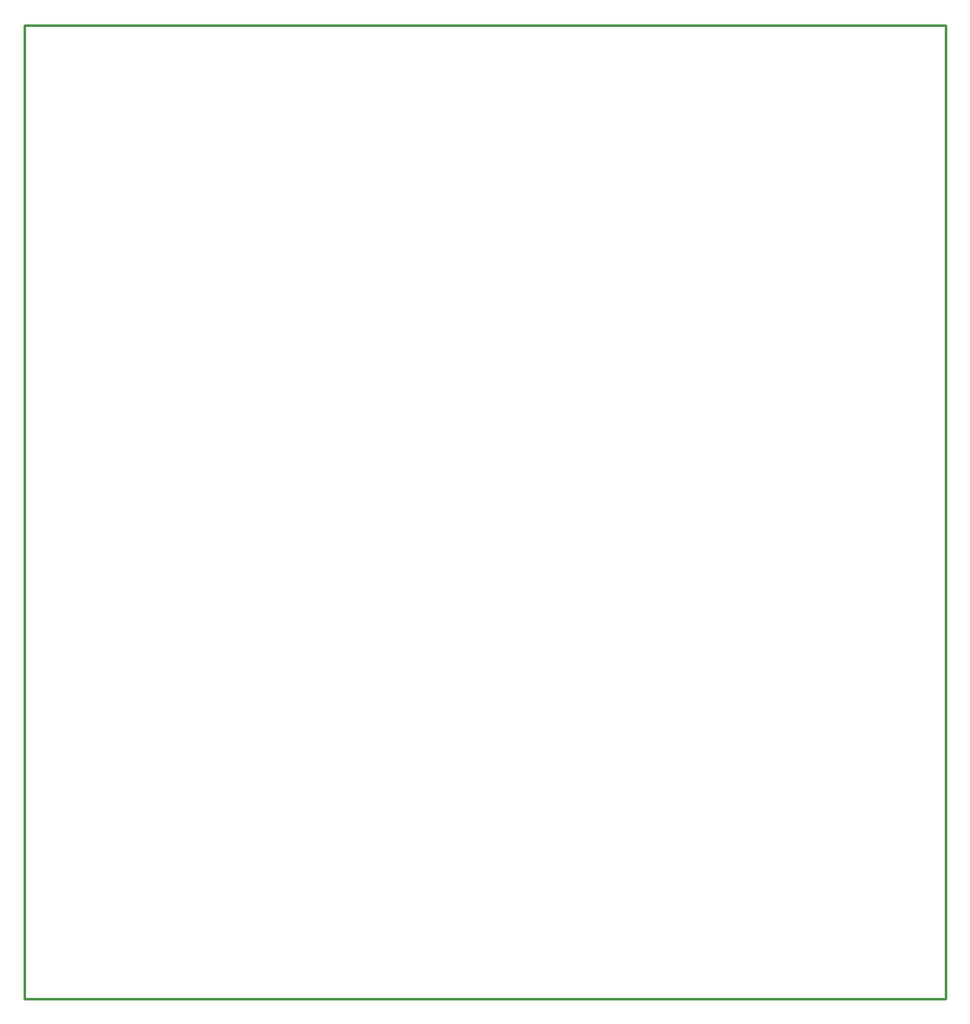
<source format=gbr>
%TF.GenerationSoftware,Altium Limited,Altium Designer,19.1.8 (144)*%
G04 Layer_Color=16711935*
%FSLAX26Y26*%
%MOIN*%
%TF.FileFunction,Other,Mechanical_1*%
%TF.Part,Single*%
G01*
G75*
%TA.AperFunction,NonConductor*%
%ADD35C,0.010000*%
D35*
X0Y0D02*
X3650000D01*
Y3855000D01*
X0D02*
X3650000D01*
X0Y0D02*
Y3855000D01*
%TF.MD5,d9e8054fc1fff8319a937cd396b9c410*%
M02*

</source>
